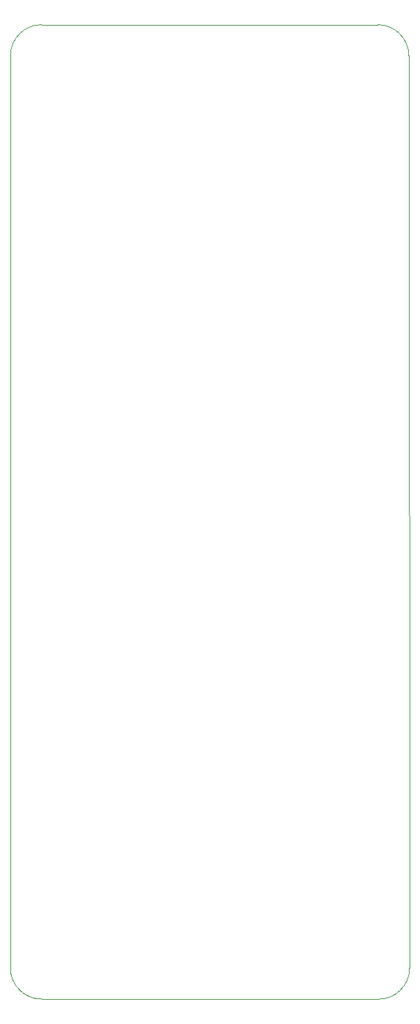
<source format=gbr>
%TF.GenerationSoftware,KiCad,Pcbnew,(6.0.2-0)*%
%TF.CreationDate,2022-04-27T17:33:59-06:00*%
%TF.ProjectId,haltech-adapter,68616c74-6563-4682-9d61-646170746572,rev?*%
%TF.SameCoordinates,Original*%
%TF.FileFunction,Profile,NP*%
%FSLAX46Y46*%
G04 Gerber Fmt 4.6, Leading zero omitted, Abs format (unit mm)*
G04 Created by KiCad (PCBNEW (6.0.2-0)) date 2022-04-27 17:33:59*
%MOMM*%
%LPD*%
G01*
G04 APERTURE LIST*
%TA.AperFunction,Profile*%
%ADD10C,0.100000*%
%TD*%
G04 APERTURE END LIST*
D10*
X28800000Y-12900000D02*
X69875000Y-12900000D01*
X25000000Y-16700000D02*
X24998685Y-128100000D01*
X24998684Y-128100000D02*
G75*
G03*
X28900000Y-131899999I3801317J2D01*
G01*
X28800000Y-12900000D02*
G75*
G03*
X25000000Y-16700000I-1J-3799999D01*
G01*
X73675000Y-16700000D02*
G75*
G03*
X69875000Y-12900000I-3799999J1D01*
G01*
X73762994Y-128112995D02*
X73675000Y-16700000D01*
X28900000Y-131899999D02*
X69962994Y-131912994D01*
X69962994Y-131912994D02*
G75*
G03*
X73762994Y-128112995I1J3799999D01*
G01*
M02*

</source>
